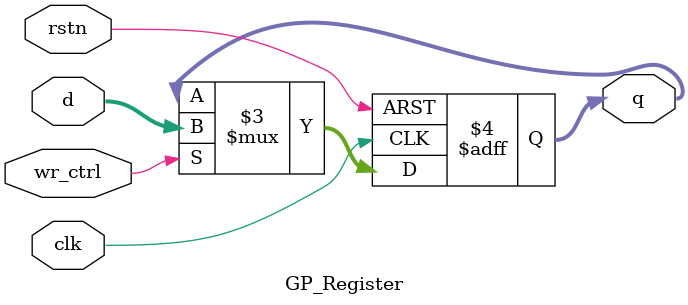
<source format=sv>
module GP_Register (clk, rstn, wr_ctrl, d, q);

	input logic clk, rstn, wr_ctrl;
	input logic [7:0] d;
	
	output logic [7:0] q;
	
	
	// General Purpose Register, Rising Edge DFF, Async Reset
	always_ff @(posedge clk, negedge rstn) begin
		if (!rstn) q <= 0;
		else q <= wr_ctrl ? d : q;
	end
	

endmodule 
</source>
